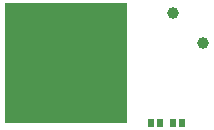
<source format=gbr>
G04 start of page 16 for group -4014 idx -4014 *
G04 Title: (unknown), bottompaste *
G04 Creator: pcb 4.2.0 *
G04 CreationDate: Fri Jun 19 09:17:45 2020 UTC *
G04 For: commonadmin *
G04 Format: Gerber/RS-274X *
G04 PCB-Dimensions (mil): 6000.00 5000.00 *
G04 PCB-Coordinate-Origin: lower left *
%MOIN*%
%FSLAX25Y25*%
%LNBOTTOMPASTE*%
%ADD58C,0.0394*%
%ADD57C,0.0001*%
G54D57*G36*
X55734Y5877D02*X53766D01*
Y3123D01*
X55734D01*
Y5877D01*
G37*
G36*
X58882D02*X56914D01*
Y3123D01*
X58882D01*
Y5877D01*
G37*
G36*
X63160D02*X61192D01*
Y3123D01*
X63160D01*
Y5877D01*
G37*
G36*
X66308D02*X64340D01*
Y3123D01*
X66308D01*
Y5877D01*
G37*
G54D58*X62250Y41000D03*
X72250Y31000D03*
G54D57*G36*
X6250Y44500D02*Y4500D01*
X46750D01*
Y44500D01*
X6250D01*
G37*
M02*

</source>
